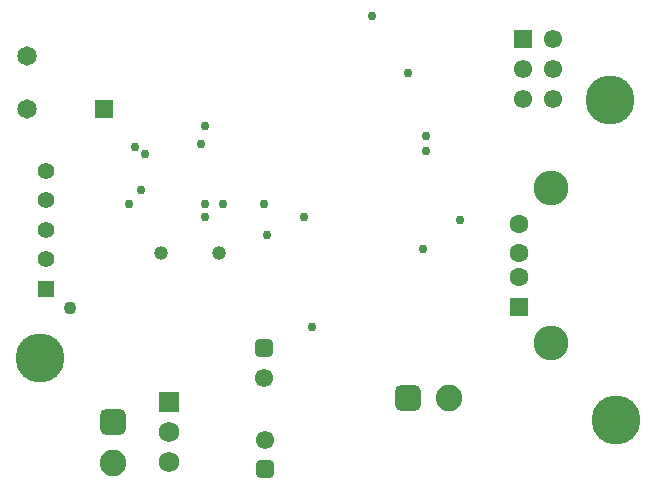
<source format=gbs>
G04*
G04 #@! TF.GenerationSoftware,Altium Limited,Altium Designer,24.1.2 (44)*
G04*
G04 Layer_Color=16711935*
%FSLAX25Y25*%
%MOIN*%
G70*
G04*
G04 #@! TF.SameCoordinates,7DBD4A73-798C-42AE-A11E-901C6AB6527B*
G04*
G04*
G04 #@! TF.FilePolarity,Negative*
G04*
G01*
G75*
%ADD35C,0.04646*%
%ADD36R,0.05512X0.05512*%
%ADD37C,0.05512*%
%ADD38C,0.04331*%
%ADD39C,0.06102*%
%ADD40R,0.06102X0.06102*%
G04:AMPARAMS|DCode=41|XSize=88.58mil|YSize=88.58mil|CornerRadius=23.62mil|HoleSize=0mil|Usage=FLASHONLY|Rotation=0.000|XOffset=0mil|YOffset=0mil|HoleType=Round|Shape=RoundedRectangle|*
%AMROUNDEDRECTD41*
21,1,0.08858,0.04134,0,0,0.0*
21,1,0.04134,0.08858,0,0,0.0*
1,1,0.04724,0.02067,-0.02067*
1,1,0.04724,-0.02067,-0.02067*
1,1,0.04724,-0.02067,0.02067*
1,1,0.04724,0.02067,0.02067*
%
%ADD41ROUNDEDRECTD41*%
%ADD42C,0.08858*%
%ADD43R,0.06890X0.06890*%
%ADD44C,0.06890*%
%ADD45C,0.11614*%
%ADD46C,0.06299*%
%ADD47R,0.06299X0.06299*%
G04:AMPARAMS|DCode=48|XSize=61.02mil|YSize=61.02mil|CornerRadius=16.73mil|HoleSize=0mil|Usage=FLASHONLY|Rotation=270.000|XOffset=0mil|YOffset=0mil|HoleType=Round|Shape=RoundedRectangle|*
%AMROUNDEDRECTD48*
21,1,0.06102,0.02756,0,0,270.0*
21,1,0.02756,0.06102,0,0,270.0*
1,1,0.03347,-0.01378,-0.01378*
1,1,0.03347,-0.01378,0.01378*
1,1,0.03347,0.01378,0.01378*
1,1,0.03347,0.01378,-0.01378*
%
%ADD48ROUNDEDRECTD48*%
%ADD49C,0.06102*%
%ADD50R,0.06496X0.06496*%
%ADD51C,0.06496*%
%ADD53C,0.16339*%
G04:AMPARAMS|DCode=54|XSize=88.58mil|YSize=88.58mil|CornerRadius=23.62mil|HoleSize=0mil|Usage=FLASHONLY|Rotation=270.000|XOffset=0mil|YOffset=0mil|HoleType=Round|Shape=RoundedRectangle|*
%AMROUNDEDRECTD54*
21,1,0.08858,0.04134,0,0,270.0*
21,1,0.04134,0.08858,0,0,270.0*
1,1,0.04724,-0.02067,-0.02067*
1,1,0.04724,-0.02067,0.02067*
1,1,0.04724,0.02067,0.02067*
1,1,0.04724,0.02067,-0.02067*
%
%ADD54ROUNDEDRECTD54*%
%ADD55C,0.02953*%
D35*
X72106Y86000D02*
D03*
X52894D02*
D03*
D36*
X14500Y74158D02*
D03*
D37*
Y84000D02*
D03*
Y93843D02*
D03*
Y103685D02*
D03*
Y113528D02*
D03*
D38*
X22374Y67858D02*
D03*
D39*
X183500Y137500D02*
D03*
Y147500D02*
D03*
Y157500D02*
D03*
X173500Y137500D02*
D03*
Y147500D02*
D03*
D40*
Y157500D02*
D03*
D41*
X135110Y37886D02*
D03*
D42*
X148890D02*
D03*
X36886Y16110D02*
D03*
D43*
X55500Y36500D02*
D03*
D44*
Y26500D02*
D03*
Y16500D02*
D03*
D45*
X182665Y107866D02*
D03*
Y56134D02*
D03*
D46*
X171996Y95780D02*
D03*
Y85937D02*
D03*
Y78063D02*
D03*
D47*
Y68220D02*
D03*
D48*
X87500Y14000D02*
D03*
X87000Y54343D02*
D03*
D49*
X87500Y23843D02*
D03*
X87000Y44500D02*
D03*
D50*
X33795Y134142D02*
D03*
D51*
X8205D02*
D03*
Y151858D02*
D03*
D53*
X204500Y30500D02*
D03*
X12500Y51000D02*
D03*
X202500Y137000D02*
D03*
D54*
X36886Y29890D02*
D03*
D55*
X140212Y87500D02*
D03*
X67500Y98000D02*
D03*
X42000Y102500D02*
D03*
X100500Y98000D02*
D03*
X87000Y102500D02*
D03*
X88000Y92000D02*
D03*
X47500Y119000D02*
D03*
X46000Y107000D02*
D03*
X67500Y128500D02*
D03*
X123000Y165000D02*
D03*
X103000Y61500D02*
D03*
X66000Y122500D02*
D03*
X135000Y146000D02*
D03*
X141000Y125000D02*
D03*
Y120000D02*
D03*
X152500Y97000D02*
D03*
X73500Y102500D02*
D03*
X67500D02*
D03*
X44000Y121500D02*
D03*
M02*

</source>
